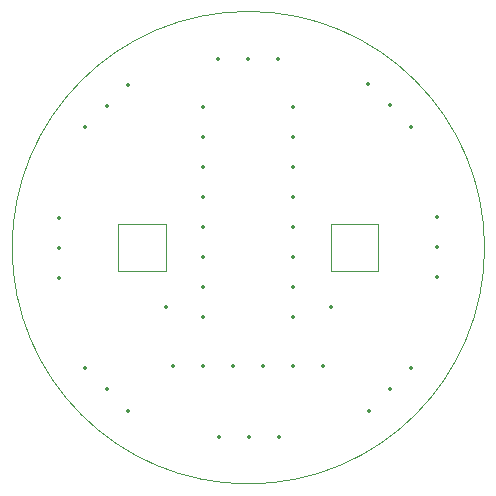
<source format=gko>
%TF.GenerationSoftware,KiCad,Pcbnew,8.0.5*%
%TF.CreationDate,2024-12-11T17:00:50+10:00*%
%TF.ProjectId,windVane,77696e64-5661-46e6-952e-6b696361645f,rev?*%
%TF.SameCoordinates,Original*%
%TF.FileFunction,Profile,NP*%
%FSLAX46Y46*%
G04 Gerber Fmt 4.6, Leading zero omitted, Abs format (unit mm)*
G04 Created by KiCad (PCBNEW 8.0.5) date 2024-12-11 17:00:50*
%MOMM*%
%LPD*%
G01*
G04 APERTURE LIST*
%TA.AperFunction,Profile*%
%ADD10C,0.050000*%
%TD*%
%ADD11C,0.350000*%
G04 APERTURE END LIST*
D10*
X157000000Y-99000000D02*
X161000000Y-99000000D01*
X161000000Y-103000000D01*
X157000000Y-103000000D01*
X157000000Y-99000000D01*
X170000000Y-101000000D02*
G75*
G02*
X130000000Y-101000000I-20000000J0D01*
G01*
X130000000Y-101000000D02*
G75*
G02*
X170000000Y-101000000I20000000J0D01*
G01*
X139000000Y-99000000D02*
X143000000Y-99000000D01*
X143000000Y-103000000D01*
X139000000Y-103000000D01*
X139000000Y-99000000D01*
D11*
X147475000Y-117000000D03*
X150015000Y-117000000D03*
X152555000Y-117000000D03*
X160203949Y-114796051D03*
X162000000Y-113000000D03*
X163796051Y-111203949D03*
X163750000Y-90750000D03*
X161953949Y-88953949D03*
X160157898Y-87157898D03*
X134000000Y-98475000D03*
X134000000Y-101015000D03*
X134000000Y-103555000D03*
X146200000Y-89125000D03*
X146200000Y-91665000D03*
X146200000Y-94205000D03*
X146200000Y-96745000D03*
X146200000Y-99285000D03*
X146200000Y-101825000D03*
X146200000Y-104365000D03*
X146200000Y-106905000D03*
X153820000Y-106905000D03*
X153820000Y-104365000D03*
X153820000Y-101825000D03*
X153820000Y-99285000D03*
X153820000Y-96745000D03*
X153820000Y-94205000D03*
X153820000Y-91665000D03*
X153820000Y-89125000D03*
X143000000Y-106000000D03*
X136203949Y-111203949D03*
X138000000Y-113000000D03*
X139796051Y-114796051D03*
X152525000Y-85000000D03*
X149985000Y-85000000D03*
X147445000Y-85000000D03*
X157000000Y-106000000D03*
X166000000Y-103525000D03*
X166000000Y-100985000D03*
X166000000Y-98445000D03*
X139796051Y-87203949D03*
X138000000Y-89000000D03*
X136203949Y-90796051D03*
X143650000Y-111000000D03*
X146190000Y-111000000D03*
X148730000Y-111000000D03*
X151270000Y-111000000D03*
X153810000Y-111000000D03*
X156350000Y-111000000D03*
M02*

</source>
